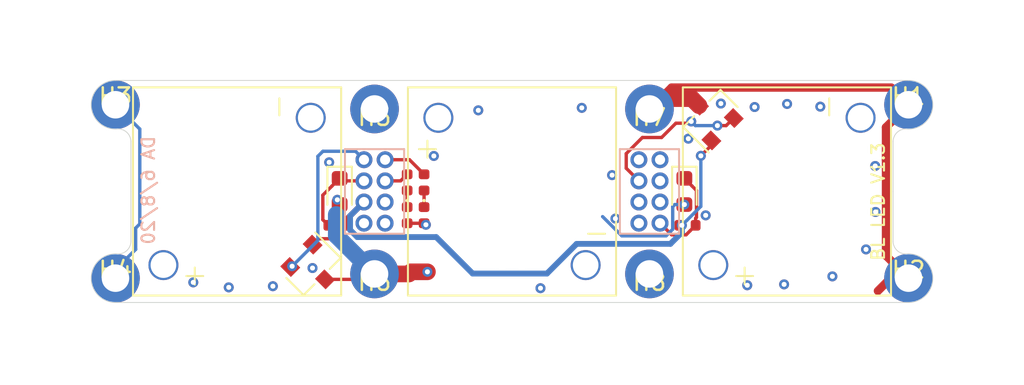
<source format=kicad_pcb>
(kicad_pcb (version 20171130) (host pcbnew "(5.1.4)-1")

  (general
    (thickness 1.6)
    (drawings 16)
    (tracks 129)
    (zones 0)
    (modules 23)
    (nets 15)
  )

  (page A4)
  (layers
    (0 F.Cu signal)
    (31 B.Cu signal)
    (32 B.Adhes user)
    (33 F.Adhes user)
    (34 B.Paste user)
    (35 F.Paste user)
    (36 B.SilkS user)
    (37 F.SilkS user)
    (38 B.Mask user)
    (39 F.Mask user)
    (40 Dwgs.User user)
    (41 Cmts.User user)
    (42 Eco1.User user)
    (43 Eco2.User user)
    (44 Edge.Cuts user)
    (45 Margin user)
    (46 B.CrtYd user)
    (47 F.CrtYd user)
    (48 B.Fab user)
    (49 F.Fab user)
  )

  (setup
    (last_trace_width 0.1524)
    (user_trace_width 0.2)
    (user_trace_width 0.35)
    (user_trace_width 0.5)
    (user_trace_width 0.7)
    (user_trace_width 1)
    (trace_clearance 0.1524)
    (zone_clearance 0.1524)
    (zone_45_only no)
    (trace_min 0.1524)
    (via_size 0.6)
    (via_drill 0.3)
    (via_min_size 0.6)
    (via_min_drill 0.3)
    (uvia_size 0.3)
    (uvia_drill 0.1)
    (uvias_allowed no)
    (uvia_min_size 0.2)
    (uvia_min_drill 0.1)
    (edge_width 0.05)
    (segment_width 0.2)
    (pcb_text_width 0.3)
    (pcb_text_size 1.5 1.5)
    (mod_edge_width 0.12)
    (mod_text_size 1 1)
    (mod_text_width 0.15)
    (pad_size 2.921 2.921)
    (pad_drill 1.651)
    (pad_to_mask_clearance 0.051)
    (solder_mask_min_width 0.25)
    (aux_axis_origin 0 0)
    (visible_elements 7FFFFFFF)
    (pcbplotparams
      (layerselection 0x010fc_ffffffff)
      (usegerberextensions false)
      (usegerberattributes false)
      (usegerberadvancedattributes false)
      (creategerberjobfile false)
      (excludeedgelayer true)
      (linewidth 0.100000)
      (plotframeref false)
      (viasonmask false)
      (mode 1)
      (useauxorigin false)
      (hpglpennumber 1)
      (hpglpenspeed 20)
      (hpglpendiameter 15.000000)
      (psnegative false)
      (psa4output false)
      (plotreference true)
      (plotvalue true)
      (plotinvisibletext false)
      (padsonsilk false)
      (subtractmaskfromsilk false)
      (outputformat 1)
      (mirror false)
      (drillshape 0)
      (scaleselection 1)
      (outputdirectory "SkateLightLEDBoard1.3/"))
  )

  (net 0 "")
  (net 1 LightSense1)
  (net 2 LightSense2)
  (net 3 GND)
  (net 4 Temp1)
  (net 5 Temp2)
  (net 6 LED+)
  (net 7 "Net-(D3-Pad1)")
  (net 8 "Net-(D4-Pad1)")
  (net 9 LED_Sign_2)
  (net 10 LED_Sign_1)
  (net 11 "Net-(D7-Pad1)")
  (net 12 "Net-(D8-Pad1)")
  (net 13 LED-)
  (net 14 +3V3)

  (net_class Default "This is the default net class."
    (clearance 0.1524)
    (trace_width 0.1524)
    (via_dia 0.6)
    (via_drill 0.3)
    (uvia_dia 0.3)
    (uvia_drill 0.1)
    (add_net +3V3)
    (add_net GND)
    (add_net LED+)
    (add_net LED-)
    (add_net LED_Sign_1)
    (add_net LED_Sign_2)
    (add_net LightSense1)
    (add_net LightSense2)
    (add_net "Net-(D3-Pad1)")
    (add_net "Net-(D4-Pad1)")
    (add_net "Net-(D7-Pad1)")
    (add_net "Net-(D8-Pad1)")
    (add_net Temp1)
    (add_net Temp2)
  )

  (module LolomoloKiCADLib:Conn_2x4_0.05in (layer B.Cu) (tedit 5DB23ACC) (tstamp 5DB330C1)
    (at 8.89 -1.905 180)
    (path /5DE8A9BC)
    (fp_text reference J2 (at 0.6604 1.524 180) (layer B.SilkS) hide
      (effects (font (size 1 1) (thickness 0.15)) (justify mirror))
    )
    (fp_text value Conn_02x04_Odd_Even (at 0 0.5 180) (layer B.Fab) hide
      (effects (font (size 1 1) (thickness 0.15)) (justify mirror))
    )
    (fp_line (start -1.143 -4.445) (end -1.143 0.635) (layer B.SilkS) (width 0.12))
    (fp_line (start 2.413 -4.445) (end -1.143 -4.445) (layer B.SilkS) (width 0.12))
    (fp_line (start 2.413 0.635) (end 2.413 -4.445) (layer B.SilkS) (width 0.12))
    (fp_line (start -1.143 0.635) (end 2.413 0.635) (layer B.SilkS) (width 0.12))
    (pad 8 thru_hole circle (at 1.27 -3.81 180) (size 1.016 1.016) (drill 0.6096) (layers *.Cu *.Mask))
    (pad 7 thru_hole circle (at 0 -3.81 180) (size 1.016 1.016) (drill 0.6096) (layers *.Cu *.Mask)
      (net 2 LightSense2))
    (pad 6 thru_hole circle (at 1.27 -2.54 180) (size 1.016 1.016) (drill 0.6096) (layers *.Cu *.Mask))
    (pad 5 thru_hole circle (at 0 -2.54 180) (size 1.016 1.016) (drill 0.6096) (layers *.Cu *.Mask)
      (net 3 GND))
    (pad 4 thru_hole circle (at 1.27 -1.27 180) (size 1.016 1.016) (drill 0.6096) (layers *.Cu *.Mask)
      (net 5 Temp2))
    (pad 3 thru_hole circle (at 0 -1.27 180) (size 1.016 1.016) (drill 0.6096) (layers *.Cu *.Mask)
      (net 6 LED+))
    (pad 2 thru_hole circle (at 1.27 0 180) (size 1.016 1.016) (drill 0.6096) (layers *.Cu *.Mask)
      (net 6 LED+))
    (pad 1 thru_hole circle (at 0 0 180) (size 1.016 1.016) (drill 0.6096) (layers *.Cu *.Mask)
      (net 6 LED+))
  )

  (module LolomoloKiCADLib:MH_0-80_Screw_Grounded (layer F.Cu) (tedit 5DB23F78) (tstamp 5DB3D970)
    (at 8.255 4.953)
    (path /5DB3FDBA)
    (fp_text reference H8 (at 0 0.5) (layer F.SilkS)
      (effects (font (size 1 1) (thickness 0.15)))
    )
    (fp_text value MountingHole_Pad (at 0 -0.5) (layer F.Fab)
      (effects (font (size 1 1) (thickness 0.15)))
    )
    (pad 1 thru_hole circle (at 0 0) (size 2.921 2.921) (drill 1.651) (layers *.Cu *.Mask))
  )

  (module LolomoloKiCADLib:MH_0-80_Screw_Grounded (layer F.Cu) (tedit 5DB23F78) (tstamp 5DB3D96B)
    (at 8.255 -4.953)
    (path /5DB3FDA0)
    (fp_text reference H7 (at 0 0.5) (layer F.SilkS)
      (effects (font (size 1 1) (thickness 0.15)))
    )
    (fp_text value MountingHole_Pad (at 0 -0.5) (layer F.Fab)
      (effects (font (size 1 1) (thickness 0.15)))
    )
    (pad 1 thru_hole circle (at 0 0) (size 2.921 2.921) (drill 1.651) (layers *.Cu *.Mask)
      (net 3 GND))
  )

  (module LolomoloKiCADLib:MH_0-80_Screw_Grounded (layer F.Cu) (tedit 5DB23F78) (tstamp 5DB3D966)
    (at -8.255 4.953)
    (path /5DB3FDAD)
    (fp_text reference H6 (at 0 0.5) (layer F.SilkS)
      (effects (font (size 1 1) (thickness 0.15)))
    )
    (fp_text value MountingHole_Pad (at 0 -0.5) (layer F.Fab)
      (effects (font (size 1 1) (thickness 0.15)))
    )
    (pad 1 thru_hole circle (at 0 0) (size 2.921 2.921) (drill 1.651) (layers *.Cu *.Mask)
      (net 3 GND))
  )

  (module LolomoloKiCADLib:MH_0-80_Screw_Grounded (layer F.Cu) (tedit 5DB23F78) (tstamp 5DB3D961)
    (at -8.255 -4.953)
    (path /5DB3FD93)
    (fp_text reference H5 (at 0 0.5) (layer F.SilkS)
      (effects (font (size 1 1) (thickness 0.15)))
    )
    (fp_text value MountingHole_Pad (at 0 -0.5) (layer F.Fab)
      (effects (font (size 1 1) (thickness 0.15)))
    )
    (pad 1 thru_hole circle (at 0 0) (size 2.921 2.921) (drill 1.651) (layers *.Cu *.Mask))
  )

  (module LolomoloKiCADLib:Conn_2x4_0.05in (layer B.Cu) (tedit 5DB23ACC) (tstamp 5DB3376C)
    (at -7.62 -1.905 180)
    (path /5DE89DA5)
    (fp_text reference J1 (at 0.6604 1.524) (layer B.SilkS) hide
      (effects (font (size 1 1) (thickness 0.15)) (justify mirror))
    )
    (fp_text value Conn_02x04_Odd_Even (at 0 0.5) (layer B.Fab)
      (effects (font (size 1 1) (thickness 0.15)) (justify mirror))
    )
    (fp_line (start -1.143 -4.445) (end -1.143 0.635) (layer B.SilkS) (width 0.12))
    (fp_line (start 2.413 -4.445) (end -1.143 -4.445) (layer B.SilkS) (width 0.12))
    (fp_line (start 2.413 0.635) (end 2.413 -4.445) (layer B.SilkS) (width 0.12))
    (fp_line (start -1.143 0.635) (end 2.413 0.635) (layer B.SilkS) (width 0.12))
    (pad 8 thru_hole circle (at 1.27 -3.81 180) (size 1.016 1.016) (drill 0.6096) (layers *.Cu *.Mask)
      (net 13 LED-))
    (pad 7 thru_hole circle (at 0 -3.81 180) (size 1.016 1.016) (drill 0.6096) (layers *.Cu *.Mask)
      (net 13 LED-))
    (pad 6 thru_hole circle (at 1.27 -2.54 180) (size 1.016 1.016) (drill 0.6096) (layers *.Cu *.Mask)
      (net 14 +3V3))
    (pad 5 thru_hole circle (at 0 -2.54 180) (size 1.016 1.016) (drill 0.6096) (layers *.Cu *.Mask)
      (net 13 LED-))
    (pad 4 thru_hole circle (at 1.27 -1.27 180) (size 1.016 1.016) (drill 0.6096) (layers *.Cu *.Mask)
      (net 1 LightSense1))
    (pad 3 thru_hole circle (at 0 -1.27 180) (size 1.016 1.016) (drill 0.6096) (layers *.Cu *.Mask)
      (net 9 LED_Sign_2))
    (pad 2 thru_hole circle (at 1.27 0 180) (size 1.016 1.016) (drill 0.6096) (layers *.Cu *.Mask)
      (net 4 Temp1))
    (pad 1 thru_hole circle (at 0 0 180) (size 1.016 1.016) (drill 0.6096) (layers *.Cu *.Mask)
      (net 10 LED_Sign_1))
  )

  (module LolomoloKiCADLib:MH_0-80_Screw_Grounded (layer F.Cu) (tedit 5DB23F78) (tstamp 5DB33092)
    (at 23.8125 -5.207 180)
    (path /5DEAD1D5)
    (fp_text reference H1 (at 0 0.5) (layer F.SilkS)
      (effects (font (size 1 1) (thickness 0.15)))
    )
    (fp_text value MountingHole_Pad (at 0 -0.5) (layer F.Fab)
      (effects (font (size 1 1) (thickness 0.15)))
    )
    (pad 1 thru_hole circle (at 0 0 180) (size 2.921 2.921) (drill 1.651) (layers *.Cu *.Mask)
      (net 3 GND))
  )

  (module LolomoloKiCADLib:MH_0-80_Screw_Grounded (layer F.Cu) (tedit 5DB23F78) (tstamp 5DB33097)
    (at 23.8125 5.207 180)
    (path /5DEB2AF6)
    (fp_text reference H2 (at 0 0.5) (layer F.SilkS)
      (effects (font (size 1 1) (thickness 0.15)))
    )
    (fp_text value MountingHole_Pad (at 0 -0.5) (layer F.Fab)
      (effects (font (size 1 1) (thickness 0.15)))
    )
    (pad 1 thru_hole circle (at 0 0 180) (size 2.921 2.921) (drill 1.651) (layers *.Cu *.Mask)
      (net 3 GND))
  )

  (module LolomoloKiCADLib:MH_0-80_Screw_Grounded (layer F.Cu) (tedit 5DB23F78) (tstamp 5DB3309C)
    (at -23.8125 -5.207 180)
    (path /5DEB13FB)
    (fp_text reference H3 (at 0 0.5) (layer F.SilkS)
      (effects (font (size 1 1) (thickness 0.15)))
    )
    (fp_text value MountingHole_Pad (at 0 -0.5) (layer F.Fab)
      (effects (font (size 1 1) (thickness 0.15)))
    )
    (pad 1 thru_hole circle (at 0 0 180) (size 2.921 2.921) (drill 1.651) (layers *.Cu *.Mask)
      (net 3 GND))
  )

  (module LolomoloKiCADLib:MH_0-80_Screw_Grounded (layer F.Cu) (tedit 5DB23F78) (tstamp 5DB330A1)
    (at -23.8125 5.207 180)
    (path /5DEB431C)
    (fp_text reference H4 (at 0 0.5) (layer F.SilkS)
      (effects (font (size 1 1) (thickness 0.15)))
    )
    (fp_text value MountingHole_Pad (at 0 -0.5) (layer F.Fab)
      (effects (font (size 1 1) (thickness 0.15)))
    )
    (pad 1 thru_hole circle (at 0 0 180) (size 2.921 2.921) (drill 1.651) (layers *.Cu *.Mask)
      (net 3 GND))
  )

  (module Package_TO_SOT_SMD:SOT-23 (layer F.Cu) (tedit 5A02FF57) (tstamp 5DCE7B2B)
    (at -11.938 4.572 315)
    (descr "SOT-23, Standard")
    (tags SOT-23)
    (path /5DCE3E90)
    (attr smd)
    (fp_text reference U4 (at 0 -2.5 135) (layer F.SilkS) hide
      (effects (font (size 1 1) (thickness 0.15)))
    )
    (fp_text value MCP9700AT-E_TT (at 0 2.5 135) (layer F.Fab)
      (effects (font (size 1 1) (thickness 0.15)))
    )
    (fp_line (start 0.76 1.58) (end -0.7 1.58) (layer F.SilkS) (width 0.12))
    (fp_line (start 0.76 -1.58) (end -1.4 -1.58) (layer F.SilkS) (width 0.12))
    (fp_line (start -1.7 1.75) (end -1.7 -1.75) (layer F.CrtYd) (width 0.05))
    (fp_line (start 1.7 1.75) (end -1.7 1.75) (layer F.CrtYd) (width 0.05))
    (fp_line (start 1.7 -1.75) (end 1.7 1.75) (layer F.CrtYd) (width 0.05))
    (fp_line (start -1.7 -1.75) (end 1.7 -1.75) (layer F.CrtYd) (width 0.05))
    (fp_line (start 0.76 -1.58) (end 0.76 -0.65) (layer F.SilkS) (width 0.12))
    (fp_line (start 0.76 1.58) (end 0.76 0.65) (layer F.SilkS) (width 0.12))
    (fp_line (start -0.7 1.52) (end 0.7 1.52) (layer F.Fab) (width 0.1))
    (fp_line (start 0.7 -1.52) (end 0.7 1.52) (layer F.Fab) (width 0.1))
    (fp_line (start -0.7 -0.95) (end -0.15 -1.52) (layer F.Fab) (width 0.1))
    (fp_line (start -0.15 -1.52) (end 0.7 -1.52) (layer F.Fab) (width 0.1))
    (fp_line (start -0.7 -0.95) (end -0.7 1.5) (layer F.Fab) (width 0.1))
    (fp_text user %R (at 0 0 45) (layer F.Fab)
      (effects (font (size 0.5 0.5) (thickness 0.075)))
    )
    (pad 3 smd rect (at 1 0 315) (size 0.9 0.8) (layers F.Cu F.Paste F.Mask)
      (net 3 GND))
    (pad 2 smd rect (at -1 0.95 315) (size 0.9 0.8) (layers F.Cu F.Paste F.Mask)
      (net 4 Temp1))
    (pad 1 smd rect (at -1 -0.95 315) (size 0.9 0.8) (layers F.Cu F.Paste F.Mask)
      (net 14 +3V3))
    (model ${KISYS3DMOD}/Package_TO_SOT_SMD.3dshapes/SOT-23.wrl
      (at (xyz 0 0 0))
      (scale (xyz 1 1 1))
      (rotate (xyz 0 0 0))
    )
  )

  (module Package_TO_SOT_SMD:SOT-23 (layer F.Cu) (tedit 5A02FF57) (tstamp 5E006F93)
    (at 11.938 -4.445 135)
    (descr "SOT-23, Standard")
    (tags SOT-23)
    (path /5DCE44AB)
    (attr smd)
    (fp_text reference U5 (at -0.924966 2.361807 135) (layer F.SilkS) hide
      (effects (font (size 1 1) (thickness 0.15)))
    )
    (fp_text value MCP9700AT-E_TT (at 0 2.5 135) (layer F.Fab)
      (effects (font (size 1 1) (thickness 0.15)))
    )
    (fp_line (start 0.76 1.58) (end -0.7 1.58) (layer F.SilkS) (width 0.12))
    (fp_line (start 0.76 -1.58) (end -1.4 -1.58) (layer F.SilkS) (width 0.12))
    (fp_line (start -1.7 1.75) (end -1.7 -1.75) (layer F.CrtYd) (width 0.05))
    (fp_line (start 1.7 1.75) (end -1.7 1.75) (layer F.CrtYd) (width 0.05))
    (fp_line (start 1.7 -1.75) (end 1.7 1.75) (layer F.CrtYd) (width 0.05))
    (fp_line (start -1.7 -1.75) (end 1.7 -1.75) (layer F.CrtYd) (width 0.05))
    (fp_line (start 0.76 -1.58) (end 0.76 -0.65) (layer F.SilkS) (width 0.12))
    (fp_line (start 0.76 1.58) (end 0.76 0.65) (layer F.SilkS) (width 0.12))
    (fp_line (start -0.7 1.52) (end 0.7 1.52) (layer F.Fab) (width 0.1))
    (fp_line (start 0.7 -1.52) (end 0.7 1.52) (layer F.Fab) (width 0.1))
    (fp_line (start -0.7 -0.95) (end -0.15 -1.52) (layer F.Fab) (width 0.1))
    (fp_line (start -0.15 -1.52) (end 0.7 -1.52) (layer F.Fab) (width 0.1))
    (fp_line (start -0.7 -0.95) (end -0.7 1.5) (layer F.Fab) (width 0.1))
    (fp_text user %R (at 0 0 45) (layer F.Fab)
      (effects (font (size 0.5 0.5) (thickness 0.075)))
    )
    (pad 3 smd rect (at 1 0 135) (size 0.9 0.8) (layers F.Cu F.Paste F.Mask)
      (net 3 GND))
    (pad 2 smd rect (at -1 0.95 135) (size 0.9 0.8) (layers F.Cu F.Paste F.Mask)
      (net 5 Temp2))
    (pad 1 smd rect (at -1 -0.95 135) (size 0.9 0.8) (layers F.Cu F.Paste F.Mask)
      (net 14 +3V3))
    (model ${KISYS3DMOD}/Package_TO_SOT_SMD.3dshapes/SOT-23.wrl
      (at (xyz 0 0 0))
      (scale (xyz 1 1 1))
      (rotate (xyz 0 0 0))
    )
  )

  (module LolomoloKiCADLib:BXRE-40E0800-D-73 (layer F.Cu) (tedit 5E006F58) (tstamp 5DCE854B)
    (at 16.51 0 90)
    (path /5DCF6E75)
    (fp_text reference D3 (at 0 0.5 90) (layer F.SilkS)
      (effects (font (size 1 1) (thickness 0.15)))
    )
    (fp_text value LED (at 0 -0.5 90) (layer F.Fab)
      (effects (font (size 1 1) (thickness 0.15)))
    )
    (fp_line (start 4.572 2.54) (end 5.588 2.54) (layer F.SilkS) (width 0.12))
    (fp_line (start -5.588 -2.54) (end -4.572 -2.54) (layer F.SilkS) (width 0.12))
    (fp_line (start -5.08 -3.048) (end -5.08 -2.032) (layer F.SilkS) (width 0.12))
    (fp_line (start 6.25 -6.25) (end 6.25 6.25) (layer F.SilkS) (width 0.12))
    (fp_line (start 6.25 6.25) (end -6.25 6.25) (layer F.SilkS) (width 0.12))
    (fp_line (start -6.25 6.25) (end -6.25 -6.25) (layer F.SilkS) (width 0.12))
    (fp_line (start -6.25 -6.25) (end 6.25 -6.25) (layer F.SilkS) (width 0.12))
    (pad "" np_thru_hole circle (at 0 0 90) (size 9.2 9.2) (drill 9.2) (layers *.Cu *.Mask))
    (pad 2 thru_hole circle (at 4.423 4.423 270) (size 1.8 1.8) (drill 1.54) (layers *.Cu *.Mask)
      (net 6 LED+))
    (pad 1 thru_hole circle (at -4.423 -4.423 90) (size 1.8 1.8) (drill 1.54) (layers *.Cu *.Mask)
      (net 7 "Net-(D3-Pad1)"))
  )

  (module LolomoloKiCADLib:BXRE-40E0800-D-73 (layer F.Cu) (tedit 5E006F58) (tstamp 5EDF236A)
    (at 0 0)
    (path /5DCF77FC)
    (fp_text reference D4 (at 0 0.5) (layer F.SilkS) hide
      (effects (font (size 1 1) (thickness 0.15)))
    )
    (fp_text value LED (at 0 -0.5) (layer F.Fab)
      (effects (font (size 1 1) (thickness 0.15)))
    )
    (fp_line (start 4.572 2.54) (end 5.588 2.54) (layer F.SilkS) (width 0.12))
    (fp_line (start -5.588 -2.54) (end -4.572 -2.54) (layer F.SilkS) (width 0.12))
    (fp_line (start -5.08 -3.048) (end -5.08 -2.032) (layer F.SilkS) (width 0.12))
    (fp_line (start 6.25 -6.25) (end 6.25 6.25) (layer F.SilkS) (width 0.12))
    (fp_line (start 6.25 6.25) (end -6.25 6.25) (layer F.SilkS) (width 0.12))
    (fp_line (start -6.25 6.25) (end -6.25 -6.25) (layer F.SilkS) (width 0.12))
    (fp_line (start -6.25 -6.25) (end 6.25 -6.25) (layer F.SilkS) (width 0.12))
    (pad "" np_thru_hole circle (at 0 0) (size 9.2 9.2) (drill 9.2) (layers *.Cu *.Mask))
    (pad 2 thru_hole circle (at 4.423 4.423 180) (size 1.8 1.8) (drill 1.54) (layers *.Cu *.Mask)
      (net 7 "Net-(D3-Pad1)"))
    (pad 1 thru_hole circle (at -4.423 -4.423) (size 1.8 1.8) (drill 1.54) (layers *.Cu *.Mask)
      (net 8 "Net-(D4-Pad1)"))
  )

  (module LolomoloKiCADLib:BXRE-40E0800-D-73 (layer F.Cu) (tedit 5E006F58) (tstamp 5DCE856D)
    (at -16.51 0 90)
    (path /5DCF7D26)
    (fp_text reference D5 (at 0 0.5 90) (layer F.SilkS)
      (effects (font (size 1 1) (thickness 0.15)))
    )
    (fp_text value LED (at 0 -0.5 90) (layer F.Fab)
      (effects (font (size 1 1) (thickness 0.15)))
    )
    (fp_line (start 4.572 2.54) (end 5.588 2.54) (layer F.SilkS) (width 0.12))
    (fp_line (start -5.588 -2.54) (end -4.572 -2.54) (layer F.SilkS) (width 0.12))
    (fp_line (start -5.08 -3.048) (end -5.08 -2.032) (layer F.SilkS) (width 0.12))
    (fp_line (start 6.25 -6.25) (end 6.25 6.25) (layer F.SilkS) (width 0.12))
    (fp_line (start 6.25 6.25) (end -6.25 6.25) (layer F.SilkS) (width 0.12))
    (fp_line (start -6.25 6.25) (end -6.25 -6.25) (layer F.SilkS) (width 0.12))
    (fp_line (start -6.25 -6.25) (end 6.25 -6.25) (layer F.SilkS) (width 0.12))
    (pad "" np_thru_hole circle (at 0 0 90) (size 9.2 9.2) (drill 9.2) (layers *.Cu *.Mask))
    (pad 2 thru_hole circle (at 4.423 4.423 270) (size 1.8 1.8) (drill 1.54) (layers *.Cu *.Mask)
      (net 8 "Net-(D4-Pad1)"))
    (pad 1 thru_hole circle (at -4.423 -4.423 90) (size 1.8 1.8) (drill 1.54) (layers *.Cu *.Mask)
      (net 13 LED-))
  )

  (module Diode_SMD:D_0402_1005Metric (layer F.Cu) (tedit 5B301BBE) (tstamp 5E013A51)
    (at -5.28066 -0.54356 90)
    (descr "Diode SMD 0402 (1005 Metric), square (rectangular) end terminal, IPC_7351 nominal, (Body size source: http://www.tortai-tech.com/upload/download/2011102023233369053.pdf), generated with kicad-footprint-generator")
    (tags diode)
    (path /5E06AE24)
    (attr smd)
    (fp_text reference D7 (at 1.74752 -0.39116 90) (layer F.SilkS) hide
      (effects (font (size 1 1) (thickness 0.15)))
    )
    (fp_text value LEDR (at 0 1.17 90) (layer F.Fab)
      (effects (font (size 1 1) (thickness 0.15)))
    )
    (fp_circle (center -1.09 0) (end -1.04 0) (layer F.SilkS) (width 0.1))
    (fp_line (start -0.5 0.25) (end -0.5 -0.25) (layer F.Fab) (width 0.1))
    (fp_line (start -0.5 -0.25) (end 0.5 -0.25) (layer F.Fab) (width 0.1))
    (fp_line (start 0.5 -0.25) (end 0.5 0.25) (layer F.Fab) (width 0.1))
    (fp_line (start 0.5 0.25) (end -0.5 0.25) (layer F.Fab) (width 0.1))
    (fp_line (start -0.4 0.25) (end -0.4 -0.25) (layer F.Fab) (width 0.1))
    (fp_line (start -0.3 0.25) (end -0.3 -0.25) (layer F.Fab) (width 0.1))
    (fp_line (start -0.93 0.47) (end -0.93 -0.47) (layer F.CrtYd) (width 0.05))
    (fp_line (start -0.93 -0.47) (end 0.93 -0.47) (layer F.CrtYd) (width 0.05))
    (fp_line (start 0.93 -0.47) (end 0.93 0.47) (layer F.CrtYd) (width 0.05))
    (fp_line (start 0.93 0.47) (end -0.93 0.47) (layer F.CrtYd) (width 0.05))
    (fp_text user %R (at 0 0 90) (layer F.Fab)
      (effects (font (size 0.25 0.25) (thickness 0.04)))
    )
    (pad 1 smd roundrect (at -0.485 0 90) (size 0.59 0.64) (layers F.Cu F.Paste F.Mask) (roundrect_rratio 0.25)
      (net 11 "Net-(D7-Pad1)"))
    (pad 2 smd roundrect (at 0.485 0 90) (size 0.59 0.64) (layers F.Cu F.Paste F.Mask) (roundrect_rratio 0.25)
      (net 10 LED_Sign_1))
    (model ${KISYS3DMOD}/Diode_SMD.3dshapes/D_0402_1005Metric.wrl
      (at (xyz 0 0 0))
      (scale (xyz 1 1 1))
      (rotate (xyz 0 0 0))
    )
  )

  (module Diode_SMD:D_0402_1005Metric (layer F.Cu) (tedit 5B301BBE) (tstamp 5E013A63)
    (at -6.29666 -0.54356 90)
    (descr "Diode SMD 0402 (1005 Metric), square (rectangular) end terminal, IPC_7351 nominal, (Body size source: http://www.tortai-tech.com/upload/download/2011102023233369053.pdf), generated with kicad-footprint-generator")
    (tags diode)
    (path /5E070808)
    (attr smd)
    (fp_text reference D8 (at 1.84658 0.12954 90) (layer F.SilkS) hide
      (effects (font (size 1 1) (thickness 0.15)))
    )
    (fp_text value LEDG (at 0 1.17 90) (layer F.Fab)
      (effects (font (size 1 1) (thickness 0.15)))
    )
    (fp_text user %R (at 0 0 90) (layer F.Fab)
      (effects (font (size 0.25 0.25) (thickness 0.04)))
    )
    (fp_line (start 0.93 0.47) (end -0.93 0.47) (layer F.CrtYd) (width 0.05))
    (fp_line (start 0.93 -0.47) (end 0.93 0.47) (layer F.CrtYd) (width 0.05))
    (fp_line (start -0.93 -0.47) (end 0.93 -0.47) (layer F.CrtYd) (width 0.05))
    (fp_line (start -0.93 0.47) (end -0.93 -0.47) (layer F.CrtYd) (width 0.05))
    (fp_line (start -0.3 0.25) (end -0.3 -0.25) (layer F.Fab) (width 0.1))
    (fp_line (start -0.4 0.25) (end -0.4 -0.25) (layer F.Fab) (width 0.1))
    (fp_line (start 0.5 0.25) (end -0.5 0.25) (layer F.Fab) (width 0.1))
    (fp_line (start 0.5 -0.25) (end 0.5 0.25) (layer F.Fab) (width 0.1))
    (fp_line (start -0.5 -0.25) (end 0.5 -0.25) (layer F.Fab) (width 0.1))
    (fp_line (start -0.5 0.25) (end -0.5 -0.25) (layer F.Fab) (width 0.1))
    (fp_circle (center -1.09 0) (end -1.04 0) (layer F.SilkS) (width 0.1))
    (pad 2 smd roundrect (at 0.485 0 90) (size 0.59 0.64) (layers F.Cu F.Paste F.Mask) (roundrect_rratio 0.25)
      (net 9 LED_Sign_2))
    (pad 1 smd roundrect (at -0.485 0 90) (size 0.59 0.64) (layers F.Cu F.Paste F.Mask) (roundrect_rratio 0.25)
      (net 12 "Net-(D8-Pad1)"))
    (model ${KISYS3DMOD}/Diode_SMD.3dshapes/D_0402_1005Metric.wrl
      (at (xyz 0 0 0))
      (scale (xyz 1 1 1))
      (rotate (xyz 0 0 0))
    )
  )

  (module Diode_SMD:D_0603_1608Metric (layer F.Cu) (tedit 5B301BBE) (tstamp 5E013A88)
    (at -10.3505 0 270)
    (descr "Diode SMD 0603 (1608 Metric), square (rectangular) end terminal, IPC_7351 nominal, (Body size source: http://www.tortai-tech.com/upload/download/2011102023233369053.pdf), generated with kicad-footprint-generator")
    (tags diode)
    (path /5E08ED74)
    (attr smd)
    (fp_text reference Q1 (at -2.63398 0.37084 90) (layer F.SilkS) hide
      (effects (font (size 1 1) (thickness 0.15)))
    )
    (fp_text value Q_Photo_NPN (at 0 1.43 90) (layer F.Fab)
      (effects (font (size 1 1) (thickness 0.15)))
    )
    (fp_text user %R (at 0 0 90) (layer F.Fab)
      (effects (font (size 0.4 0.4) (thickness 0.06)))
    )
    (fp_line (start 1.48 0.73) (end -1.48 0.73) (layer F.CrtYd) (width 0.05))
    (fp_line (start 1.48 -0.73) (end 1.48 0.73) (layer F.CrtYd) (width 0.05))
    (fp_line (start -1.48 -0.73) (end 1.48 -0.73) (layer F.CrtYd) (width 0.05))
    (fp_line (start -1.48 0.73) (end -1.48 -0.73) (layer F.CrtYd) (width 0.05))
    (fp_line (start -1.485 0.735) (end 0.8 0.735) (layer F.SilkS) (width 0.12))
    (fp_line (start -1.485 -0.735) (end -1.485 0.735) (layer F.SilkS) (width 0.12))
    (fp_line (start 0.8 -0.735) (end -1.485 -0.735) (layer F.SilkS) (width 0.12))
    (fp_line (start 0.8 0.4) (end 0.8 -0.4) (layer F.Fab) (width 0.1))
    (fp_line (start -0.8 0.4) (end 0.8 0.4) (layer F.Fab) (width 0.1))
    (fp_line (start -0.8 -0.1) (end -0.8 0.4) (layer F.Fab) (width 0.1))
    (fp_line (start -0.5 -0.4) (end -0.8 -0.1) (layer F.Fab) (width 0.1))
    (fp_line (start 0.8 -0.4) (end -0.5 -0.4) (layer F.Fab) (width 0.1))
    (pad 2 smd roundrect (at 0.7875 0 270) (size 0.875 0.95) (layers F.Cu F.Paste F.Mask) (roundrect_rratio 0.25)
      (net 3 GND))
    (pad 1 smd roundrect (at -0.7875 0 270) (size 0.875 0.95) (layers F.Cu F.Paste F.Mask) (roundrect_rratio 0.25)
      (net 1 LightSense1))
    (model ${KISYS3DMOD}/Diode_SMD.3dshapes/D_0603_1608Metric.wrl
      (at (xyz 0 0 0))
      (scale (xyz 1 1 1))
      (rotate (xyz 0 0 0))
    )
  )

  (module Diode_SMD:D_0603_1608Metric (layer F.Cu) (tedit 5B301BBE) (tstamp 5E013A9B)
    (at 10.3505 0 270)
    (descr "Diode SMD 0603 (1608 Metric), square (rectangular) end terminal, IPC_7351 nominal, (Body size source: http://www.tortai-tech.com/upload/download/2011102023233369053.pdf), generated with kicad-footprint-generator")
    (tags diode)
    (path /5E086019)
    (attr smd)
    (fp_text reference Q2 (at -2.52222 0.12954 90) (layer F.SilkS) hide
      (effects (font (size 1 1) (thickness 0.15)))
    )
    (fp_text value Q_Photo_NPN (at 0 1.43 90) (layer F.Fab)
      (effects (font (size 1 1) (thickness 0.15)))
    )
    (fp_line (start 0.8 -0.4) (end -0.5 -0.4) (layer F.Fab) (width 0.1))
    (fp_line (start -0.5 -0.4) (end -0.8 -0.1) (layer F.Fab) (width 0.1))
    (fp_line (start -0.8 -0.1) (end -0.8 0.4) (layer F.Fab) (width 0.1))
    (fp_line (start -0.8 0.4) (end 0.8 0.4) (layer F.Fab) (width 0.1))
    (fp_line (start 0.8 0.4) (end 0.8 -0.4) (layer F.Fab) (width 0.1))
    (fp_line (start 0.8 -0.735) (end -1.485 -0.735) (layer F.SilkS) (width 0.12))
    (fp_line (start -1.485 -0.735) (end -1.485 0.735) (layer F.SilkS) (width 0.12))
    (fp_line (start -1.485 0.735) (end 0.8 0.735) (layer F.SilkS) (width 0.12))
    (fp_line (start -1.48 0.73) (end -1.48 -0.73) (layer F.CrtYd) (width 0.05))
    (fp_line (start -1.48 -0.73) (end 1.48 -0.73) (layer F.CrtYd) (width 0.05))
    (fp_line (start 1.48 -0.73) (end 1.48 0.73) (layer F.CrtYd) (width 0.05))
    (fp_line (start 1.48 0.73) (end -1.48 0.73) (layer F.CrtYd) (width 0.05))
    (fp_text user %R (at 0 0 90) (layer F.Fab)
      (effects (font (size 0.4 0.4) (thickness 0.06)))
    )
    (pad 1 smd roundrect (at -0.7875 0 270) (size 0.875 0.95) (layers F.Cu F.Paste F.Mask) (roundrect_rratio 0.25)
      (net 2 LightSense2))
    (pad 2 smd roundrect (at 0.7875 0 270) (size 0.875 0.95) (layers F.Cu F.Paste F.Mask) (roundrect_rratio 0.25)
      (net 3 GND))
    (model ${KISYS3DMOD}/Diode_SMD.3dshapes/D_0603_1608Metric.wrl
      (at (xyz 0 0 0))
      (scale (xyz 1 1 1))
      (rotate (xyz 0 0 0))
    )
  )

  (module Resistor_SMD:R_0402_1005Metric (layer F.Cu) (tedit 5B301BBD) (tstamp 5E013A9C)
    (at -10.541 2.032 180)
    (descr "Resistor SMD 0402 (1005 Metric), square (rectangular) end terminal, IPC_7351 nominal, (Body size source: http://www.tortai-tech.com/upload/download/2011102023233369053.pdf), generated with kicad-footprint-generator")
    (tags resistor)
    (path /5DE8211B)
    (attr smd)
    (fp_text reference R1 (at 0 -1.17) (layer F.SilkS) hide
      (effects (font (size 1 1) (thickness 0.15)))
    )
    (fp_text value R (at 0 1.17) (layer F.Fab)
      (effects (font (size 1 1) (thickness 0.15)))
    )
    (fp_text user %R (at 0 0) (layer F.Fab)
      (effects (font (size 0.25 0.25) (thickness 0.04)))
    )
    (fp_line (start 0.93 0.47) (end -0.93 0.47) (layer F.CrtYd) (width 0.05))
    (fp_line (start 0.93 -0.47) (end 0.93 0.47) (layer F.CrtYd) (width 0.05))
    (fp_line (start -0.93 -0.47) (end 0.93 -0.47) (layer F.CrtYd) (width 0.05))
    (fp_line (start -0.93 0.47) (end -0.93 -0.47) (layer F.CrtYd) (width 0.05))
    (fp_line (start 0.5 0.25) (end -0.5 0.25) (layer F.Fab) (width 0.1))
    (fp_line (start 0.5 -0.25) (end 0.5 0.25) (layer F.Fab) (width 0.1))
    (fp_line (start -0.5 -0.25) (end 0.5 -0.25) (layer F.Fab) (width 0.1))
    (fp_line (start -0.5 0.25) (end -0.5 -0.25) (layer F.Fab) (width 0.1))
    (pad 2 smd roundrect (at 0.485 0 180) (size 0.59 0.64) (layers F.Cu F.Paste F.Mask) (roundrect_rratio 0.25)
      (net 1 LightSense1))
    (pad 1 smd roundrect (at -0.485 0 180) (size 0.59 0.64) (layers F.Cu F.Paste F.Mask) (roundrect_rratio 0.25)
      (net 14 +3V3))
    (model ${KISYS3DMOD}/Resistor_SMD.3dshapes/R_0402_1005Metric.wrl
      (at (xyz 0 0 0))
      (scale (xyz 1 1 1))
      (rotate (xyz 0 0 0))
    )
  )

  (module Resistor_SMD:R_0402_1005Metric (layer F.Cu) (tedit 5B301BBD) (tstamp 5E013AAA)
    (at 10.541 2.032)
    (descr "Resistor SMD 0402 (1005 Metric), square (rectangular) end terminal, IPC_7351 nominal, (Body size source: http://www.tortai-tech.com/upload/download/2011102023233369053.pdf), generated with kicad-footprint-generator")
    (tags resistor)
    (path /5DE8D404)
    (attr smd)
    (fp_text reference R2 (at -0.26416 1.3081) (layer F.SilkS) hide
      (effects (font (size 1 1) (thickness 0.15)))
    )
    (fp_text value R (at 0 1.17) (layer F.Fab)
      (effects (font (size 1 1) (thickness 0.15)))
    )
    (fp_line (start -0.5 0.25) (end -0.5 -0.25) (layer F.Fab) (width 0.1))
    (fp_line (start -0.5 -0.25) (end 0.5 -0.25) (layer F.Fab) (width 0.1))
    (fp_line (start 0.5 -0.25) (end 0.5 0.25) (layer F.Fab) (width 0.1))
    (fp_line (start 0.5 0.25) (end -0.5 0.25) (layer F.Fab) (width 0.1))
    (fp_line (start -0.93 0.47) (end -0.93 -0.47) (layer F.CrtYd) (width 0.05))
    (fp_line (start -0.93 -0.47) (end 0.93 -0.47) (layer F.CrtYd) (width 0.05))
    (fp_line (start 0.93 -0.47) (end 0.93 0.47) (layer F.CrtYd) (width 0.05))
    (fp_line (start 0.93 0.47) (end -0.93 0.47) (layer F.CrtYd) (width 0.05))
    (fp_text user %R (at 0 0) (layer F.Fab)
      (effects (font (size 0.25 0.25) (thickness 0.04)))
    )
    (pad 1 smd roundrect (at -0.485 0) (size 0.59 0.64) (layers F.Cu F.Paste F.Mask) (roundrect_rratio 0.25)
      (net 14 +3V3))
    (pad 2 smd roundrect (at 0.485 0) (size 0.59 0.64) (layers F.Cu F.Paste F.Mask) (roundrect_rratio 0.25)
      (net 2 LightSense2))
    (model ${KISYS3DMOD}/Resistor_SMD.3dshapes/R_0402_1005Metric.wrl
      (at (xyz 0 0 0))
      (scale (xyz 1 1 1))
      (rotate (xyz 0 0 0))
    )
  )

  (module Resistor_SMD:R_0402_1005Metric (layer F.Cu) (tedit 5B301BBD) (tstamp 5E014085)
    (at -5.28066 1.42494 270)
    (descr "Resistor SMD 0402 (1005 Metric), square (rectangular) end terminal, IPC_7351 nominal, (Body size source: http://www.tortai-tech.com/upload/download/2011102023233369053.pdf), generated with kicad-footprint-generator")
    (tags resistor)
    (path /5E06AB3A)
    (attr smd)
    (fp_text reference R4 (at 2.4638 -1.01854 90) (layer F.SilkS) hide
      (effects (font (size 1 1) (thickness 0.15)))
    )
    (fp_text value 2k7 (at 0 1.17 90) (layer F.Fab)
      (effects (font (size 1 1) (thickness 0.15)))
    )
    (fp_text user %R (at 0 0 90) (layer F.Fab)
      (effects (font (size 0.25 0.25) (thickness 0.04)))
    )
    (fp_line (start 0.93 0.47) (end -0.93 0.47) (layer F.CrtYd) (width 0.05))
    (fp_line (start 0.93 -0.47) (end 0.93 0.47) (layer F.CrtYd) (width 0.05))
    (fp_line (start -0.93 -0.47) (end 0.93 -0.47) (layer F.CrtYd) (width 0.05))
    (fp_line (start -0.93 0.47) (end -0.93 -0.47) (layer F.CrtYd) (width 0.05))
    (fp_line (start 0.5 0.25) (end -0.5 0.25) (layer F.Fab) (width 0.1))
    (fp_line (start 0.5 -0.25) (end 0.5 0.25) (layer F.Fab) (width 0.1))
    (fp_line (start -0.5 -0.25) (end 0.5 -0.25) (layer F.Fab) (width 0.1))
    (fp_line (start -0.5 0.25) (end -0.5 -0.25) (layer F.Fab) (width 0.1))
    (pad 2 smd roundrect (at 0.485 0 270) (size 0.59 0.64) (layers F.Cu F.Paste F.Mask) (roundrect_rratio 0.25)
      (net 3 GND))
    (pad 1 smd roundrect (at -0.485 0 270) (size 0.59 0.64) (layers F.Cu F.Paste F.Mask) (roundrect_rratio 0.25)
      (net 11 "Net-(D7-Pad1)"))
    (model ${KISYS3DMOD}/Resistor_SMD.3dshapes/R_0402_1005Metric.wrl
      (at (xyz 0 0 0))
      (scale (xyz 1 1 1))
      (rotate (xyz 0 0 0))
    )
  )

  (module Resistor_SMD:R_0402_1005Metric (layer F.Cu) (tedit 5B301BBD) (tstamp 5E013AE4)
    (at -6.29666 1.42494 270)
    (descr "Resistor SMD 0402 (1005 Metric), square (rectangular) end terminal, IPC_7351 nominal, (Body size source: http://www.tortai-tech.com/upload/download/2011102023233369053.pdf), generated with kicad-footprint-generator")
    (tags resistor)
    (path /5E070802)
    (attr smd)
    (fp_text reference R5 (at 1.89484 -0.77216 90) (layer F.SilkS) hide
      (effects (font (size 1 1) (thickness 0.15)))
    )
    (fp_text value 390 (at 0 1.17 90) (layer F.Fab)
      (effects (font (size 1 1) (thickness 0.15)))
    )
    (fp_line (start -0.5 0.25) (end -0.5 -0.25) (layer F.Fab) (width 0.1))
    (fp_line (start -0.5 -0.25) (end 0.5 -0.25) (layer F.Fab) (width 0.1))
    (fp_line (start 0.5 -0.25) (end 0.5 0.25) (layer F.Fab) (width 0.1))
    (fp_line (start 0.5 0.25) (end -0.5 0.25) (layer F.Fab) (width 0.1))
    (fp_line (start -0.93 0.47) (end -0.93 -0.47) (layer F.CrtYd) (width 0.05))
    (fp_line (start -0.93 -0.47) (end 0.93 -0.47) (layer F.CrtYd) (width 0.05))
    (fp_line (start 0.93 -0.47) (end 0.93 0.47) (layer F.CrtYd) (width 0.05))
    (fp_line (start 0.93 0.47) (end -0.93 0.47) (layer F.CrtYd) (width 0.05))
    (fp_text user %R (at 0 0 90) (layer F.Fab)
      (effects (font (size 0.25 0.25) (thickness 0.04)))
    )
    (pad 1 smd roundrect (at -0.485 0 270) (size 0.59 0.64) (layers F.Cu F.Paste F.Mask) (roundrect_rratio 0.25)
      (net 12 "Net-(D8-Pad1)"))
    (pad 2 smd roundrect (at 0.485 0 270) (size 0.59 0.64) (layers F.Cu F.Paste F.Mask) (roundrect_rratio 0.25)
      (net 3 GND))
    (model ${KISYS3DMOD}/Resistor_SMD.3dshapes/R_0402_1005Metric.wrl
      (at (xyz 0 0 0))
      (scale (xyz 1 1 1))
      (rotate (xyz 0 0 0))
    )
  )

  (gr_text "DA 6/8/20\n" (at -21.84 -0.07 90) (layer B.SilkS) (tstamp 5EDF22B8)
    (effects (font (size 0.762 0.762) (thickness 0.127)) (justify mirror))
  )
  (gr_text "BL LED V1.3" (at 21.99132 0.61468 90) (layer F.SilkS) (tstamp 5DCE892C)
    (effects (font (size 0.762 0.762) (thickness 0.127)))
  )
  (gr_arc (start -23.648924 -2.990596) (end -22.886924 -2.990342) (angle -94.2) (layer Edge.Cuts) (width 0.0508) (tstamp 5DB23F0D))
  (gr_line (start -22.886924 -2.990596) (end -22.886924 0) (layer Edge.Cuts) (width 0.0508) (tstamp 5DB23F0A))
  (gr_arc (start 23.648924 -2.990596) (end 22.886924 -2.990342) (angle 94.2) (layer Edge.Cuts) (width 0.0508) (tstamp 5DB23F07))
  (gr_line (start 22.886924 -2.990596) (end 22.886924 0) (layer Edge.Cuts) (width 0.0508) (tstamp 5DB23F04))
  (gr_arc (start 23.8125 -5.207) (end 23.705058 -3.750564) (angle -184.2) (layer Edge.Cuts) (width 0.0508) (tstamp 5DB23F01))
  (gr_arc (start -23.8125 -5.207) (end -23.705058 -3.750564) (angle 184.2) (layer Edge.Cuts) (width 0.0508) (tstamp 5DB23EFE))
  (gr_line (start -23.8125 -6.6675) (end 23.8125 -6.6675) (layer Edge.Cuts) (width 0.0508) (tstamp 5DB23EFB))
  (gr_arc (start -23.648924 2.990596) (end -22.886924 2.990342) (angle 94.2) (layer Edge.Cuts) (width 0.0508) (tstamp 5DB23EEA))
  (gr_line (start -22.886924 2.990596) (end -22.886924 0) (layer Edge.Cuts) (width 0.0508) (tstamp 5DB23EE9))
  (gr_arc (start -23.8125 5.207) (end -23.705058 3.750564) (angle -184.2) (layer Edge.Cuts) (width 0.0508) (tstamp 5DB23EE8))
  (gr_line (start 22.886924 2.990596) (end 22.886924 0) (layer Edge.Cuts) (width 0.0508) (tstamp 5DB23EE3))
  (gr_arc (start 23.648924 2.990596) (end 22.886924 2.990342) (angle -94.2) (layer Edge.Cuts) (width 0.0508) (tstamp 5DB23EE0))
  (gr_arc (start 23.8125 5.207) (end 23.705058 3.750564) (angle 184.2) (layer Edge.Cuts) (width 0.0508) (tstamp 5DB23EE6))
  (gr_line (start 23.8125 6.6675) (end -23.8125 6.6675) (layer Edge.Cuts) (width 0.0508))

  (segment (start -10.198 -0.635) (end -10.3505 -0.7875) (width 0.2) (layer F.Cu) (net 1) (status 30))
  (segment (start -8.89 -0.635) (end -10.198 -0.635) (width 0.2) (layer F.Cu) (net 1) (status 30))
  (segment (start -10.812112 -0.325888) (end -10.3505 -0.7875) (width 0.2) (layer F.Cu) (net 1) (status 20))
  (segment (start -11.360168 0.222168) (end -10.812112 -0.325888) (width 0.2) (layer F.Cu) (net 1))
  (segment (start -11.360168 1.697832) (end -11.360168 0.222168) (width 0.2) (layer F.Cu) (net 1))
  (segment (start -11.026 2.032) (end -11.360168 1.697832) (width 0.2) (layer F.Cu) (net 1) (status 10))
  (segment (start 10.691832 2.366168) (end 11.026 2.032) (width 0.2) (layer F.Cu) (net 2) (status 20))
  (segment (start 10.45359 2.60441) (end 10.691832 2.366168) (width 0.2) (layer F.Cu) (net 2))
  (segment (start 9.58941 2.60441) (end 10.45359 2.60441) (width 0.2) (layer F.Cu) (net 2))
  (segment (start 8.89 1.905) (end 9.58941 2.60441) (width 0.2) (layer F.Cu) (net 2) (status 10))
  (segment (start 10.812112 -0.325888) (end 10.3505 -0.7875) (width 0.2) (layer F.Cu) (net 2) (status 20))
  (segment (start 11.07791 -0.06009) (end 10.812112 -0.325888) (width 0.2) (layer F.Cu) (net 2))
  (segment (start 11.07791 1.56009) (end 11.07791 -0.06009) (width 0.2) (layer F.Cu) (net 2))
  (segment (start 11.026 1.612) (end 11.07791 1.56009) (width 0.2) (layer F.Cu) (net 2))
  (segment (start 11.026 2.032) (end 11.026 1.612) (width 0.2) (layer F.Cu) (net 2) (status 10))
  (via (at -10.49 0.5) (size 0.6) (drill 0.3) (layers F.Cu B.Cu) (net 3))
  (via (at -5.17 2) (size 0.6) (drill 0.3) (layers F.Cu B.Cu) (net 3))
  (segment (start 23.8125 5.207) (end 22.74062 5.207) (width 0.5) (layer F.Cu) (net 3) (status 30))
  (segment (start 22.74062 5.207) (end 21.97354 5.97408) (width 0.5) (layer F.Cu) (net 3) (status 10))
  (segment (start -9.255 5.522) (end -9.255 4.922) (width 0.2) (layer F.Cu) (net 3) (status 30))
  (segment (start -7.255 4.572) (end -7.255 5.172) (width 0.2) (layer F.Cu) (net 3) (status 30))
  (segment (start 22.457891 3.852391) (end 23.8125 5.207) (width 0.5) (layer F.Cu) (net 3) (status 20))
  (segment (start 22.457891 -3.852391) (end 22.457891 -1.867891) (width 0.5) (layer F.Cu) (net 3))
  (segment (start 23.8125 -5.207) (end 22.457891 -3.852391) (width 0.5) (layer F.Cu) (net 3) (status 10))
  (segment (start 23.8125 -5.207) (end 22.994099 -6.025401) (width 0.5) (layer F.Cu) (net 3) (status 30))
  (segment (start 11.230893 -5.152107) (end 10.807798 -5.575202) (width 1) (layer F.Cu) (net 3) (status 10))
  (segment (start 8.877202 -5.575202) (end 8.255 -4.953) (width 1) (layer F.Cu) (net 3) (status 30))
  (segment (start 10.807798 -5.575202) (end 8.877202 -5.575202) (width 1) (layer F.Cu) (net 3) (status 20))
  (via (at -4.69392 -2.13106) (size 0.6) (drill 0.3) (layers F.Cu B.Cu) (net 3))
  (via (at -2.02438 -4.87172) (size 0.6) (drill 0.3) (layers F.Cu B.Cu) (net 3))
  (via (at 10.3505 0.7875) (size 0.6) (drill 0.3) (layers F.Cu B.Cu) (net 3) (status 30))
  (via (at 14.12748 5.63372) (size 0.6) (drill 0.3) (layers F.Cu B.Cu) (net 3))
  (via (at 11.63066 1.4351) (size 0.6) (drill 0.3) (layers F.Cu B.Cu) (net 3))
  (via (at 1.71 5.81) (size 0.6) (drill 0.3) (layers F.Cu B.Cu) (net 3))
  (segment (start -8.581107 5.279107) (end -8.255 4.953) (width 0.2) (layer F.Cu) (net 3))
  (segment (start -11.230893 5.279107) (end -8.581107 5.279107) (width 0.2) (layer F.Cu) (net 3))
  (segment (start -10.552811 2.648717) (end -10.552811 1.385189) (width 1) (layer B.Cu) (net 3))
  (segment (start -8.255 4.953) (end -8.255 4.946528) (width 1) (layer B.Cu) (net 3))
  (segment (start -8.255 4.946528) (end -10.552811 2.648717) (width 1) (layer B.Cu) (net 3))
  (segment (start -6.189542 4.953) (end -6.062542 4.826) (width 1) (layer F.Cu) (net 3))
  (segment (start -8.255 4.953) (end -6.189542 4.953) (width 1) (layer F.Cu) (net 3))
  (via (at -5.08 4.826) (size 0.6) (drill 0.3) (layers F.Cu B.Cu) (net 3))
  (segment (start -6.062542 4.826) (end -5.08 4.826) (width 1) (layer F.Cu) (net 3))
  (segment (start -5.26006 1.90994) (end -5.17 2) (width 0.2) (layer F.Cu) (net 3))
  (segment (start -6.29666 1.90994) (end -5.26006 1.90994) (width 0.2) (layer F.Cu) (net 3))
  (segment (start 9.650401 0.912599) (end 9.650401 2.269993) (width 0.2) (layer B.Cu) (net 3))
  (segment (start 10.3505 0.7875) (end 9.7755 0.7875) (width 0.2) (layer B.Cu) (net 3))
  (segment (start 9.7755 0.7875) (end 9.650401 0.912599) (width 0.2) (layer B.Cu) (net 3))
  (segment (start 9.254993 2.665401) (end 6.595401 2.665401) (width 0.2) (layer B.Cu) (net 3))
  (segment (start 9.650401 2.269993) (end 9.254993 2.665401) (width 0.2) (layer B.Cu) (net 3))
  (segment (start 6.595401 2.665401) (end 5.44 1.51) (width 0.2) (layer B.Cu) (net 3))
  (via (at 6.21 1.63) (size 0.6) (drill 0.3) (layers F.Cu B.Cu) (net 3))
  (via (at 6.01 -0.98) (size 0.6) (drill 0.3) (layers F.Cu B.Cu) (net 3))
  (via (at 4.19 -5.02) (size 0.6) (drill 0.3) (layers F.Cu B.Cu) (net 3))
  (via (at -10.98 -1.75) (size 0.6) (drill 0.3) (layers F.Cu B.Cu) (net 3))
  (segment (start -23.8125 5.207) (end -23.8125 4.6925) (width 0.2) (layer B.Cu) (net 3))
  (segment (start -23.8125 4.6925) (end -22.6 3.48) (width 0.2) (layer B.Cu) (net 3))
  (segment (start -22.6 3.48) (end -22.6 2.2) (width 0.2) (layer B.Cu) (net 3))
  (segment (start -22.352001 -3.746501) (end -23.8125 -5.207) (width 0.2) (layer B.Cu) (net 3))
  (segment (start -22.352001 1.952001) (end -22.352001 -3.746501) (width 0.2) (layer B.Cu) (net 3))
  (segment (start -22.6 2.2) (end -22.352001 1.952001) (width 0.2) (layer B.Cu) (net 3))
  (via (at 16.34 5.58) (size 0.6) (drill 0.3) (layers F.Cu B.Cu) (net 3))
  (via (at 19.24 5.1) (size 0.6) (drill 0.3) (layers F.Cu B.Cu) (net 3))
  (via (at 21.26 3.48) (size 0.6) (drill 0.3) (layers F.Cu B.Cu) (net 3))
  (via (at 21.83 1.23) (size 0.6) (drill 0.3) (layers F.Cu B.Cu) (net 3))
  (segment (start 22.457891 -1.867891) (end 22.457891 3.852391) (width 0.5) (layer F.Cu) (net 3) (tstamp 5EE13CFA))
  (via (at 21.81 -1.53) (size 0.6) (drill 0.3) (layers F.Cu B.Cu) (net 3))
  (segment (start 22.7711 -6.23824) (end 9.58342 -6.23824) (width 0.5) (layer F.Cu) (net 3) (status 1000000))
  (segment (start 23.8125 -5.207) (end 23.80234 -5.207) (width 0.5) (layer F.Cu) (net 3) (status 1000030))
  (segment (start 9.58342 -6.23824) (end 8.29818 -4.953) (width 0.5) (layer F.Cu) (net 3) (status 1000020))
  (segment (start 23.80234 -5.207) (end 22.7711 -6.23824) (width 0.5) (layer F.Cu) (net 3) (status 1000010))
  (segment (start 8.29818 -4.953) (end 8.255 -4.953) (width 0.5) (layer F.Cu) (net 3) (status 1000030))
  (via (at -13.204301 4.490862) (size 0.6) (drill 0.3) (layers F.Cu B.Cu) (net 4))
  (segment (start -11.657599 2.94416) (end -13.204301 4.490862) (width 0.2) (layer B.Cu) (net 4))
  (segment (start -11.657599 -2.112401) (end -11.657599 2.94416) (width 0.2) (layer B.Cu) (net 4))
  (segment (start -11.357001 -2.412999) (end -11.657599 -2.112401) (width 0.2) (layer B.Cu) (net 4))
  (segment (start -8.89 -1.905) (end -9.397999 -2.412999) (width 0.2) (layer B.Cu) (net 4))
  (segment (start -9.397999 -2.412999) (end -11.357001 -2.412999) (width 0.2) (layer B.Cu) (net 4))
  (via (at 12.33424 -3.95478) (size 0.6) (drill 0.3) (layers F.Cu B.Cu) (net 5))
  (segment (start 11.01344 -3.95478) (end 12.33424 -3.95478) (width 0.2) (layer B.Cu) (net 5))
  (segment (start 12.861993 -3.95478) (end 13.316858 -4.409645) (width 0.2) (layer F.Cu) (net 5) (status 20))
  (segment (start 12.33424 -3.95478) (end 12.861993 -3.95478) (width 0.2) (layer F.Cu) (net 5))
  (via (at 10.76452 -4.2037) (size 0.6) (drill 0.3) (layers F.Cu B.Cu) (net 5))
  (segment (start 10.76452 -4.2037) (end 11.01344 -3.95478) (width 0.2) (layer B.Cu) (net 5))
  (segment (start 10.66038 -4.09956) (end 10.76452 -4.2037) (width 0.2) (layer F.Cu) (net 5))
  (segment (start 6.859599 -2.269993) (end 7.829705 -3.240099) (width 0.2) (layer F.Cu) (net 5))
  (segment (start 7.829705 -3.240099) (end 8.983039 -3.240099) (width 0.2) (layer F.Cu) (net 5))
  (segment (start 6.859599 -1.395401) (end 6.859599 -2.269993) (width 0.2) (layer F.Cu) (net 5))
  (segment (start 8.983039 -3.240099) (end 9.8425 -4.09956) (width 0.2) (layer F.Cu) (net 5))
  (segment (start 7.62 -0.635) (end 6.859599 -1.395401) (width 0.2) (layer F.Cu) (net 5) (status 10))
  (segment (start 9.8425 -4.09956) (end 10.66038 -4.09956) (width 0.2) (layer F.Cu) (net 5))
  (via (at 12.54252 -5.27812) (size 0.6) (drill 0.3) (layers F.Cu B.Cu) (net 6))
  (via (at 10.58926 -3.16992) (size 0.6) (drill 0.3) (layers F.Cu B.Cu) (net 6))
  (via (at 14.56944 -5.06984) (size 0.6) (drill 0.3) (layers F.Cu B.Cu) (net 6))
  (via (at 16.52016 -5.25526) (size 0.6) (drill 0.3) (layers F.Cu B.Cu) (net 6))
  (via (at 18.51406 -5.0927) (size 0.6) (drill 0.3) (layers F.Cu B.Cu) (net 6))
  (segment (start -6.69022 -0.635) (end -6.29666 -1.02856) (width 0.2) (layer F.Cu) (net 9) (status 20))
  (segment (start -7.62 -0.635) (end -6.69022 -0.635) (width 0.2) (layer F.Cu) (net 9) (status 10))
  (segment (start -6.1571 -1.905) (end -5.28066 -1.02856) (width 0.2) (layer F.Cu) (net 10) (status 20))
  (segment (start -7.62 -1.905) (end -6.1571 -1.905) (width 0.2) (layer F.Cu) (net 10) (status 10))
  (segment (start -5.28066 -0.05856) (end -5.28066 0.93994) (width 0.2) (layer F.Cu) (net 11) (status 30))
  (segment (start -6.29666 -0.05856) (end -6.29666 0.93994) (width 0.2) (layer F.Cu) (net 12) (status 30))
  (via (at -19.14 5.46) (size 0.6) (drill 0.3) (layers F.Cu B.Cu) (net 13))
  (via (at -17.01 5.76) (size 0.6) (drill 0.3) (layers F.Cu B.Cu) (net 13))
  (via (at -14.36 5.69) (size 0.6) (drill 0.3) (layers F.Cu B.Cu) (net 13))
  (via (at -11.98 4.6) (size 0.6) (drill 0.3) (layers F.Cu B.Cu) (net 13))
  (segment (start -10.390168 2.366168) (end -10.056 2.032) (width 0.2) (layer F.Cu) (net 14) (status 20))
  (segment (start -10.863589 2.839589) (end -10.390168 2.366168) (width 0.2) (layer F.Cu) (net 14))
  (segment (start -11.619802 2.839589) (end -10.863589 2.839589) (width 0.2) (layer F.Cu) (net 14))
  (segment (start -11.973355 3.193142) (end -11.619802 2.839589) (width 0.2) (layer F.Cu) (net 14) (status 10))
  (segment (start -10.056 1.801) (end -10.056 2.032) (width 0.35) (layer F.Cu) (net 14))
  (segment (start -8.89 0.635) (end -10.056 1.801) (width 0.35) (layer F.Cu) (net 14))
  (via (at 11.34 -2.14) (size 0.6) (drill 0.3) (layers F.Cu B.Cu) (net 14))
  (segment (start 11.973355 -3.066142) (end 11.973355 -2.773355) (width 0.2) (layer F.Cu) (net 14))
  (segment (start 11.973355 -2.773355) (end 11.34 -2.14) (width 0.2) (layer F.Cu) (net 14))
  (segment (start -9.290993 2.740401) (end -4.552153 2.740401) (width 0.35) (layer B.Cu) (net 14))
  (segment (start -4.552153 2.740401) (end -2.362554 4.93) (width 0.35) (layer B.Cu) (net 14))
  (segment (start -2.362554 4.93) (end 2.099446 4.93) (width 0.35) (layer B.Cu) (net 14))
  (segment (start 2.099446 4.93) (end 3.882035 3.147411) (width 0.35) (layer B.Cu) (net 14))
  (segment (start 3.882035 3.147411) (end 9.511664 3.147411) (width 0.35) (layer B.Cu) (net 14))
  (segment (start 10.202811 2.456264) (end 10.202811 2.032) (width 0.35) (layer B.Cu) (net 14))
  (segment (start 9.511664 3.147411) (end 10.202811 2.456264) (width 0.35) (layer B.Cu) (net 14))
  (segment (start -9.725401 2.305993) (end -9.290993 2.740401) (width 0.35) (layer B.Cu) (net 14))
  (segment (start -9.725401 1.470401) (end -9.725401 2.305993) (width 0.35) (layer B.Cu) (net 14))
  (segment (start 11.34 -2.14) (end 11.34 0.894811) (width 0.2) (layer B.Cu) (net 14))
  (segment (start -8.89 0.635) (end -9.725401 1.470401) (width 0.35) (layer B.Cu) (net 14))
  (segment (start 11.34 0.894811) (end 10.50281 1.732001) (width 0.2) (layer B.Cu) (net 14))
  (via (at 10.202811 2.032) (size 0.6) (drill 0.3) (layers F.Cu B.Cu) (net 14))
  (segment (start 10.50281 1.732001) (end 10.202811 2.032) (width 0.2) (layer B.Cu) (net 14))

  (zone (net 3) (net_name GND) (layer F.Cu) (tstamp 5EE13DC9) (hatch edge 0.508)
    (connect_pads yes (clearance 0.1524))
    (min_thickness 0.1524)
    (fill (arc_segments 32) (thermal_gap 0.254) (thermal_bridge_width 0.508))
    (polygon
      (pts
        (xy 25.4 7.62) (xy -25.4 7.62) (xy -25.4 -7.62) (xy 25.4 -7.62)
      )
    )
  )
  (zone (net 3) (net_name GND) (layer B.Cu) (tstamp 5EE13DC6) (hatch edge 0.508)
    (connect_pads yes (clearance 0.1524))
    (min_thickness 0.1524)
    (fill (arc_segments 32) (thermal_gap 0.254) (thermal_bridge_width 0.508))
    (polygon
      (pts
        (xy 25.39238 7.609264) (xy -25.40762 7.609264) (xy -25.40762 -7.630736) (xy 25.39238 -7.630736)
      )
    )
  )
  (zone (net 8) (net_name "Net-(D4-Pad1)") (layer B.Cu) (tstamp 5EE13DC3) (hatch edge 0.508)
    (priority 1)
    (connect_pads yes (clearance 0.1524))
    (min_thickness 0.1524)
    (fill (arc_segments 32) (thermal_gap 0.508) (thermal_bridge_width 0.508))
    (polygon
      (pts
        (xy -13.589 -6.731) (xy -13.589 -4.572) (xy -11.43 -2.413) (xy -5.08 -2.413) (xy -2.794 -4.699)
        (xy -2.794 -6.731)
      )
    )
  )
  (zone (net 8) (net_name "Net-(D4-Pad1)") (layer F.Cu) (tstamp 5EE13DC0) (hatch edge 0.508)
    (priority 1)
    (connect_pads yes (clearance 0.1524))
    (min_thickness 0.1524)
    (fill (arc_segments 32) (thermal_gap 0.508) (thermal_bridge_width 0.508))
    (polygon
      (pts
        (xy -13.589 -6.731) (xy -13.589 -4.572) (xy -11.43 -2.413) (xy -5.08 -2.413) (xy -2.794 -4.699)
        (xy -2.794 -6.731)
      )
    )
  )
  (zone (net 7) (net_name "Net-(D3-Pad1)") (layer B.Cu) (tstamp 5EE13DBD) (hatch edge 0.508)
    (priority 1)
    (connect_pads yes (clearance 0.1524))
    (min_thickness 0.1524)
    (fill (arc_segments 32) (thermal_gap 0.508) (thermal_bridge_width 0.508))
    (polygon
      (pts
        (xy 13.589 6.731) (xy 13.589 4.572) (xy 11.33155 2.97) (xy 5.008451 2.97) (xy 2.794 4.699)
        (xy 2.794 6.731)
      )
    )
  )
  (zone (net 7) (net_name "Net-(D3-Pad1)") (layer F.Cu) (tstamp 5EE13DBA) (hatch edge 0.508)
    (priority 1)
    (connect_pads yes (clearance 0.1524))
    (min_thickness 0.1524)
    (fill (arc_segments 32) (thermal_gap 0.508) (thermal_bridge_width 0.508))
    (polygon
      (pts
        (xy 13.589 6.731) (xy 13.589 4.572) (xy 11.43 2.413) (xy 5.08 2.413) (xy 2.794 4.699)
        (xy 2.794 6.731)
      )
    )
  )
  (zone (net 6) (net_name LED+) (layer F.Cu) (tstamp 5EE13DB7) (hatch edge 0.508)
    (priority 1)
    (connect_pads yes (clearance 0.1524))
    (min_thickness 0.1524)
    (fill (arc_segments 32) (thermal_gap 0.508) (thermal_bridge_width 0.508))
    (polygon
      (pts
        (xy 25.4 -2.667) (xy 10.795 -2.667) (xy 10.16 -2.032) (xy 10.16 -0.508) (xy 9.652 0)
        (xy 8.636 0) (xy 7.112 -1.524) (xy 7.112 -2.286) (xy 8.128 -3.302) (xy 8.636 -3.302)
        (xy 8.636 -6.731) (xy 25.4 -6.731)
      )
    )
  )
  (zone (net 13) (net_name LED-) (layer B.Cu) (tstamp 5EE13DB4) (hatch edge 0.508)
    (priority 1)
    (connect_pads yes (clearance 0.1524))
    (min_thickness 0.1524)
    (fill (arc_segments 32) (thermal_gap 0.508) (thermal_bridge_width 0.508))
    (polygon
      (pts
        (xy -25.4 2.667) (xy -9.652 2.667) (xy -9.652 1.778) (xy -9.144 1.27) (xy -8.636 1.27)
        (xy -8.268325 1.016) (xy -8.255 0) (xy -6.35 0) (xy -6.35 6.731) (xy -25.4 6.731)
      )
    )
  )
  (zone (net 6) (net_name LED+) (layer B.Cu) (tstamp 5EE13DB1) (hatch edge 0.508)
    (priority 1)
    (connect_pads yes (clearance 0.1524))
    (min_thickness 0.1524)
    (fill (arc_segments 32) (thermal_gap 0.508) (thermal_bridge_width 0.508))
    (polygon
      (pts
        (xy 25.4 -2.637958) (xy 10.795 -2.637958) (xy 10.16 -2.002958) (xy 10.16 -0.478958) (xy 9.652 0.029042)
        (xy 8.636 0.029042) (xy 7.112 -1.494958) (xy 7.112 -2.256958) (xy 8.128 -3.272958) (xy 8.636 -3.272958)
        (xy 8.636 -6.701958) (xy 25.4 -6.701958)
      )
    )
  )
  (zone (net 13) (net_name LED-) (layer F.Cu) (tstamp 5EE13DAE) (hatch edge 0.508)
    (priority 1)
    (connect_pads yes (clearance 0.1524))
    (min_thickness 0.1524)
    (fill (arc_segments 32) (thermal_gap 0.508) (thermal_bridge_width 0.508))
    (polygon
      (pts
        (xy -25.4 2.667) (xy -9.652 2.667) (xy -9.652 1.778) (xy -9.144 1.27) (xy -8.636 1.27)
        (xy -8.268325 1.016) (xy -8.255 0) (xy -6.35 0) (xy -6.35 6.731) (xy -25.4 6.731)
      )
    )
  )
)

</source>
